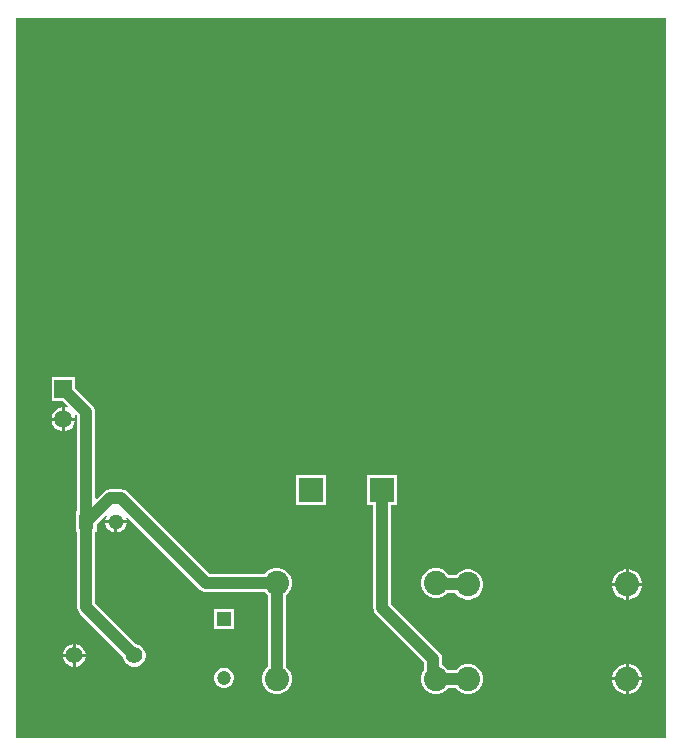
<source format=gtl>
%FSTAX23Y23*%
%MOIN*%
%SFA1B1*%

%IPPOS*%
%ADD16C,0.055000*%
%ADD23C,0.047240*%
%ADD24R,0.047240X0.047240*%
%ADD25C,0.026930*%
%ADD26C,0.039370*%
%ADD27C,0.039370*%
%ADD28R,0.051180X0.051180*%
%ADD29C,0.051180*%
%ADD30C,0.080710*%
%ADD31C,0.059060*%
%ADD32R,0.059060X0.059060*%
%ADD33R,0.080000X0.080000*%
%LNreceptor_wpt-1*%
%LPD*%
G36*
X03149Y00984D02*
X00984D01*
Y03385*
X03149*
Y00984*
G37*
%LNreceptor_wpt-2*%
%LPC*%
G36*
X01181Y02186D02*
X01102D01*
Y02107*
X01138*
X01157Y02089*
X01154Y02084*
X01146Y02086*
X01146*
Y02052*
X01181*
Y02052*
X01179Y0206*
X01183Y02063*
X01188Y02058*
Y0174*
X01182*
Y01669*
X01188*
Y01419*
X01189Y01411*
X01192Y01404*
X01197Y01398*
X0134Y01255*
Y01254*
X01343Y01245*
X01347Y01236*
X01354Y01229*
X01363Y01224*
X01373Y01222*
X01382*
X01392Y01224*
X014Y01229*
X01407Y01236*
X01412Y01245*
X01415Y01254*
Y01264*
X01412Y01274*
X01407Y01282*
X014Y01289*
X01392Y01294*
X01382Y01297*
X01382*
X01248Y01431*
Y01669*
X01254*
Y01697*
X01282Y01726*
X01286Y01723*
X01283Y01718*
X01281Y01709*
X01316*
X01352*
X0135Y01718*
X01349Y01718*
X01353Y01721*
X01596Y01478*
X01603Y01474*
X0161Y01471*
X01618Y0147*
X01811*
X01812Y01469*
X01821Y01459*
X01822Y01459*
Y01221*
X01821Y01221*
X01812Y01212*
X01805Y012*
X01802Y01187*
Y01174*
X01805Y01161*
X01812Y0115*
X01821Y0114*
X01833Y01134*
X01845Y0113*
X01859*
X01871Y01134*
X01883Y0114*
X01892Y0115*
X01899Y01161*
X01902Y01174*
Y01187*
X01899Y012*
X01892Y01212*
X01883Y01221*
X01882Y01221*
Y01459*
X01883Y01459*
X01892Y01469*
X01899Y0148*
X01902Y01493*
Y01506*
X01899Y01519*
X01892Y0153*
X01883Y0154*
X01871Y01546*
X01859Y0155*
X01845*
X01833Y01546*
X01821Y0154*
X01812Y0153*
X01811Y01529*
X0163*
X01355Y01804*
X01349Y01809*
X01342Y01812*
X01334Y01813*
X01297*
X01289Y01812*
X01282Y01809*
X01276Y01804*
X01253Y01781*
X01248Y01783*
Y0207*
X01247Y02078*
X01244Y02085*
X01239Y02091*
X01181Y0215*
Y02186*
G37*
G36*
X01136Y02086D02*
X01136D01*
X01126Y02084*
X01117Y02078*
X0111Y02071*
X01104Y02062*
X01102Y02052*
Y02052*
X01136*
Y02086*
G37*
G36*
X01181Y02042D02*
X01146D01*
Y02007*
X01146*
X01156Y0201*
X01166Y02015*
X01173Y02022*
X01178Y02031*
X01181Y02042*
Y02042*
G37*
G36*
X01136D02*
X01102D01*
Y02042*
X01104Y02031*
X0111Y02022*
X01117Y02015*
X01126Y0201*
X01136Y02007*
X01136*
Y02042*
G37*
G36*
X02018Y01861D02*
X01918D01*
Y01761*
X02018*
Y01861*
G37*
G36*
X01352Y01699D02*
X01321D01*
Y01669*
X0133Y01671*
X01338Y01676*
X01345Y01682*
X0135Y0169*
X01352Y01699*
G37*
G36*
X01311D02*
X01281D01*
X01283Y0169*
X01288Y01682*
X01295Y01676*
X01303Y01671*
X01311Y01669*
Y01699*
G37*
G36*
X03028Y01546D02*
X03026D01*
Y01501*
X03071*
Y01502*
X03068Y01515*
X03061Y01526*
X03052Y01536*
X0304Y01542*
X03028Y01546*
G37*
G36*
X03016D02*
X03014D01*
X03002Y01542*
X0299Y01536*
X02981Y01526*
X02974Y01515*
X02971Y01502*
Y01501*
X03016*
Y01546*
G37*
G36*
X03071Y01491D02*
X03026D01*
Y01445*
X03028*
X0304Y01449*
X03052Y01455*
X03061Y01465*
X03068Y01476*
X03071Y01489*
Y01491*
G37*
G36*
X03016D02*
X02971D01*
Y01489*
X02974Y01476*
X02981Y01465*
X0299Y01455*
X03002Y01449*
X03014Y01445*
X03016*
Y01491*
G37*
G36*
X0239Y0155D02*
X02377D01*
X02364Y01546*
X02352Y0154*
X02343Y0153*
X02336Y01519*
X02333Y01506*
Y01493*
X02336Y0148*
X02343Y01469*
X02352Y01459*
X02364Y01453*
X02377Y01449*
X0239*
X02403Y01453*
X02414Y01459*
X02422Y01468*
X02448*
X0245Y01465*
X02459Y01455*
X0247Y01449*
X02483Y01445*
X02496*
X02509Y01449*
X02521Y01455*
X0253Y01465*
X02537Y01476*
X0254Y01489*
Y01502*
X02537Y01515*
X0253Y01526*
X02521Y01536*
X02509Y01542*
X02496Y01546*
X02483*
X0247Y01542*
X02459Y01536*
X02451Y01527*
X02425*
X02423Y0153*
X02414Y0154*
X02403Y01546*
X0239Y0155*
G37*
G36*
X0171Y01415D02*
X01643D01*
Y01348*
X0171*
Y01415*
G37*
G36*
X01182Y01297D02*
Y01264D01*
X01215*
X01212Y01274*
X01207Y01282*
X012Y01289*
X01192Y01294*
X01182Y01297*
G37*
G36*
X01172D02*
X01163Y01294D01*
X01154Y01289*
X01147Y01282*
X01143Y01274*
X0114Y01264*
X01172*
Y01297*
G37*
G36*
X01215Y01254D02*
X01182D01*
Y01222*
X01192Y01224*
X012Y01229*
X01207Y01236*
X01212Y01245*
X01215Y01254*
G37*
G36*
X01172D02*
X0114D01*
X01143Y01245*
X01147Y01236*
X01154Y01229*
X01163Y01224*
X01172Y01222*
Y01254*
G37*
G36*
X03028Y01231D02*
X03026D01*
Y01186*
X03071*
Y01187*
X03068Y012*
X03061Y01212*
X03052Y01221*
X0304Y01228*
X03028Y01231*
G37*
G36*
X03016D02*
X03014D01*
X03002Y01228*
X0299Y01221*
X02981Y01212*
X02974Y012*
X02971Y01187*
Y01186*
X03016*
Y01231*
G37*
G36*
X01681Y01218D02*
X01672D01*
X01664Y01216*
X01656Y01211*
X0165Y01205*
X01645Y01198*
X01643Y01189*
Y0118*
X01645Y01172*
X0165Y01164*
X01656Y01158*
X01664Y01153*
X01672Y01151*
X01681*
X0169Y01153*
X01697Y01158*
X01704Y01164*
X01708Y01172*
X0171Y0118*
Y01189*
X01708Y01198*
X01704Y01205*
X01697Y01211*
X0169Y01216*
X01681Y01218*
G37*
G36*
X03071Y01176D02*
X03026D01*
Y0113*
X03028*
X0304Y01134*
X03052Y0114*
X03061Y0115*
X03068Y01161*
X03071Y01174*
Y01176*
G37*
G36*
X03016D02*
X02971D01*
Y01174*
X02974Y01161*
X02981Y0115*
X0299Y0114*
X03002Y01134*
X03014Y0113*
X03016*
Y01176*
G37*
G36*
X02254Y01861D02*
X02154D01*
Y01761*
X02174*
Y01417*
X02175Y01409*
X02178Y01402*
X02183Y01396*
X02343Y01236*
Y01212*
X02343Y01212*
X02336Y012*
X02333Y01187*
Y01174*
X02336Y01161*
X02343Y0115*
X02352Y0114*
X02364Y01134*
X02377Y0113*
X0239*
X02403Y01134*
X02414Y0114*
X02423Y0115*
X02424Y01151*
X02449*
X0245Y0115*
X02459Y0114*
X0247Y01134*
X02483Y0113*
X02496*
X02509Y01134*
X02521Y0114*
X0253Y0115*
X02537Y01161*
X0254Y01174*
Y01187*
X02537Y012*
X0253Y01212*
X02521Y01221*
X02509Y01228*
X02496Y01231*
X02483*
X0247Y01228*
X02459Y01221*
X0245Y01212*
X02449Y01211*
X02424*
X02423Y01212*
X02414Y01221*
X02403Y01227*
Y01248*
X02402Y01256*
X02399Y01263*
X02394Y01269*
X02234Y01429*
Y01761*
X02254*
Y01861*
G37*
%LNreceptor_wpt-3*%
%LPD*%
G54D16*
X01177Y01259D03*
X01377D03*
G54D23*
X01677Y01185D03*
G54D24*
X01677Y01381D03*
G54D25*
X02373Y01191D02*
X02383Y01181D01*
G54D26*
X02204Y01417D02*
X02373Y01248D01*
Y01191D02*
Y01248D01*
X02204Y01417D02*
Y01811D01*
G54D27*
X01218Y01419D02*
X01377Y01259D01*
X01218Y01419D02*
Y01704D01*
Y0207*
X01141Y02147D02*
X01218Y0207D01*
X01334Y01783D02*
X01618Y015D01*
X01297Y01783D02*
X01334D01*
X01218Y01704D02*
X01297Y01783D01*
X01618Y015D02*
X01852D01*
Y01181D02*
Y015D01*
X02385Y01498D02*
X02488D01*
X02383Y015D02*
X02385Y01498D01*
X02488D02*
X0249Y01496D01*
X02383Y01181D02*
X0249D01*
X02383D02*
D01*
G54D28*
X01218Y01704D03*
G54D29*
X01316Y01704D03*
G54D30*
X03021Y01496D03*
Y01181D03*
X02383Y015D03*
X01852D03*
X02383Y01181D03*
X01852D03*
X0249Y01496D03*
Y01181D03*
G54D31*
X01141Y02047D03*
G54D32*
X01141Y02147D03*
G54D33*
X02204Y01811D03*
X01968D03*
M02*
</source>
